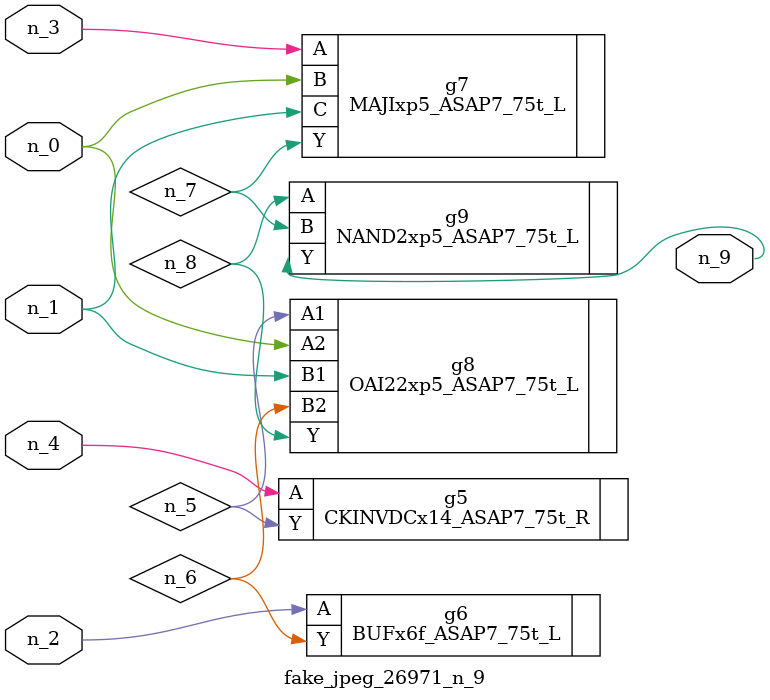
<source format=v>
module fake_jpeg_26971_n_9 (n_3, n_2, n_1, n_0, n_4, n_9);

input n_3;
input n_2;
input n_1;
input n_0;
input n_4;

output n_9;

wire n_8;
wire n_6;
wire n_5;
wire n_7;

CKINVDCx14_ASAP7_75t_R g5 ( 
.A(n_4),
.Y(n_5)
);

BUFx6f_ASAP7_75t_L g6 ( 
.A(n_2),
.Y(n_6)
);

MAJIxp5_ASAP7_75t_L g7 ( 
.A(n_3),
.B(n_0),
.C(n_1),
.Y(n_7)
);

OAI22xp5_ASAP7_75t_L g8 ( 
.A1(n_5),
.A2(n_0),
.B1(n_1),
.B2(n_6),
.Y(n_8)
);

NAND2xp5_ASAP7_75t_L g9 ( 
.A(n_8),
.B(n_7),
.Y(n_9)
);


endmodule
</source>
